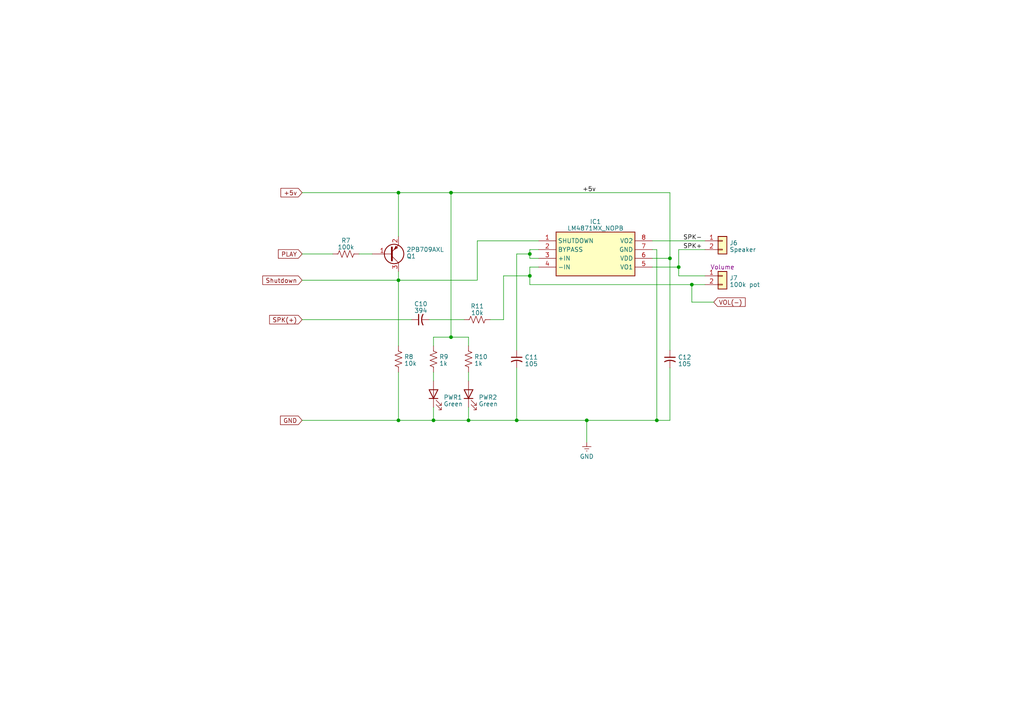
<source format=kicad_sch>
(kicad_sch (version 20230121) (generator eeschema)
  (paper "A4")
  (lib_symbols
    (symbol "Connector_Generic:Conn_01x02" (pin_names (offset 1.016) hide)
      (property "Reference" "J" (at 0 2.54 0))
      (property "Value" "Conn_01x02" (at 0 -5.08 0))
      (symbol "Conn_01x02_1_1"
        (rectangle (start -1.27 -2.413) (end 0 -2.667) (stroke (width 0.1524)))
        (rectangle (start -1.27 0.127) (end 0 -0.127) (stroke (width 0.1524)))
        (rectangle (start -1.27 1.27) (end 1.27 -3.81) (stroke (width 0.254)) (fill (type background)))
        (pin passive line (at -5.08 0 0) (length 3.81) (name "Pin_1") (number "1"))
        (pin passive line (at -5.08 -2.54 0) (length 3.81) (name "Pin_2") (number "2"))
      )
    )
    (symbol "Device:LED" (pin_numbers hide) (pin_names (offset 1.016) hide)
      (property "Reference" "D" (at 0 2.54 0))
      (property "Value" "LED" (at 0 -2.54 0))
      (symbol "LED_0_1"
        (polyline (pts (xy -1.27 -1.27) (xy -1.27 1.27)) (stroke (width 0.254)))
        (polyline (pts (xy -1.27 0) (xy 1.27 0)))
        (polyline (pts (xy 1.27 -1.27) (xy 1.27 1.27) (xy -1.27 0) (xy 1.27 -1.27)) (stroke (width 0.254)))
        (polyline (pts (xy -3.048 -0.762) (xy -4.572 -2.286) (xy -3.81 -2.286) (xy -4.572 -2.286) (xy -4.572 -1.524)))
        (polyline (pts (xy -1.778 -0.762) (xy -3.302 -2.286) (xy -2.54 -2.286) (xy -3.302 -2.286) (xy -3.302 -1.524)))
      )
      (symbol "LED_1_1"
        (pin passive line (at -3.81 0 0) (length 2.54) (name "K") (number "1"))
        (pin passive line (at 3.81 0 180) (length 2.54) (name "A") (number "2"))
      )
    )
    (symbol "Device:Q_PNP_BEC" (pin_names (offset 0) hide)
      (property "Reference" "Q" (at 5.08 1.27 0))
      (property "Value" "Q_PNP_BEC" (at 5.08 -1.27 0))
      (symbol "Q_PNP_BEC_0_1"
        (polyline (pts (xy 0.635 0.635) (xy 2.54 2.54)))
        (polyline (pts (xy 0.635 -0.635) (xy 2.54 -2.54) (xy 2.54 -2.54)))
        (polyline (pts (xy 0.635 1.905) (xy 0.635 -1.905) (xy 0.635 -1.905)) (stroke (width 0.508)))
        (polyline (pts (xy 2.286 -1.778) (xy 1.778 -2.286) (xy 1.27 -1.27) (xy 2.286 -1.778) (xy 2.286 -1.778)) (fill (type outline)))
        (circle (center 1.27 0) (radius 2.8194) (stroke (width 0.254)))
      )
      (symbol "Q_PNP_BEC_1_1"
        (pin input line (at -5.08 0 0) (length 5.715) (name "B") (number "1"))
        (pin passive line (at 2.54 -5.08 90) (length 2.54) (name "E") (number "2"))
        (pin passive line (at 2.54 5.08 270) (length 2.54) (name "C") (number "3"))
      )
    )
    (symbol "Device:R_US" (pin_numbers hide) (pin_names (offset 0))
      (property "Reference" "R" (at 2.54 0 90))
      (property "Value" "R_US" (at -2.54 0 90))
      (symbol "R_US_0_1"
        (polyline (pts (xy 0 -2.286) (xy 0 -2.54)))
        (polyline (pts (xy 0 2.286) (xy 0 2.54)))
        (polyline (pts (xy 0 -0.762) (xy 1.016 -1.143) (xy 0 -1.524) (xy -1.016 -1.905) (xy 0 -2.286)))
        (polyline (pts (xy 0 0.762) (xy 1.016 0.381) (xy 0 0) (xy -1.016 -0.381) (xy 0 -0.762)))
        (polyline (pts (xy 0 2.286) (xy 1.016 1.905) (xy 0 1.524) (xy -1.016 1.143) (xy 0 0.762)))
      )
      (symbol "R_US_1_1"
        (pin passive line (at 0 3.81 270) (length 1.27) (name "~") (number "1"))
        (pin passive line (at 0 -3.81 90) (length 1.27) (name "~") (number "2"))
      )
    )
    (symbol "LM4871:LM4871MX_NOPB"
      (property "Reference" "IC" (at 29.21 7.62 0))
      (property "Value" "LM4871MX_NOPB" (at 29.21 5.08 0))
      (symbol "LM4871MX_NOPB_1_1"
        (rectangle (start 5.08 2.54) (end 27.94 -10.16) (stroke (width 0.254)) (fill (type background)))
        (pin passive line (at 0 0 0) (length 5.08) (name "SHUTDOWN") (number "1"))
        (pin passive line (at 0 -2.54 0) (length 5.08) (name "BYPASS") (number "2"))
        (pin passive line (at 0 -5.08 0) (length 5.08) (name "+IN") (number "3"))
        (pin passive line (at 0 -7.62 0) (length 5.08) (name "-IN") (number "4"))
        (pin passive line (at 33.02 -7.62 180) (length 5.08) (name "VO1") (number "5"))
        (pin passive line (at 33.02 -5.08 180) (length 5.08) (name "VDD") (number "6"))
        (pin passive line (at 33.02 -2.54 180) (length 5.08) (name "GND") (number "7"))
        (pin passive line (at 33.02 0 180) (length 5.08) (name "VO2") (number "8"))
      )
    )
    (symbol "Local:C_Small_US" (pin_numbers hide) (pin_names (offset 0.254) hide)
      (property "Reference" "C" (at 0.254 1.778 0))
      (property "Value" "C_Small_US" (at 0.254 -2.032 0))
      (symbol "C_Small_US_0_1"
        (polyline (pts (xy -1.524 0.508) (xy 1.524 0.508)) (stroke (width 0.3048)))
        (arc (start 1.524 -0.762) (mid 0 -0.3734) (end -1.524 -0.762) (stroke (width 0.3048)))
      )
      (symbol "C_Small_US_1_1"
        (pin passive line (at 0 2.54 270) (length 2.032) (name "~") (number "1"))
        (pin passive line (at 0 -2.54 90) (length 2.032) (name "~") (number "2"))
      )
    )
    (symbol "Local:GND_US" (power) (pin_names (offset 0))
      (property "Value" "GND_US" (at 0 -3.81 0))
      (symbol "GND_US_0_1"
        (polyline (pts (xy -0.635 -1.905) (xy 0.635 -1.905)))
        (polyline (pts (xy -0.127 -2.54) (xy 0.127 -2.54)))
        (polyline (pts (xy 0 -1.27) (xy 0 0)))
        (polyline (pts (xy 1.27 -1.27) (xy -1.27 -1.27)))
      )
      (symbol "GND_US_1_1"
        (pin power_in line (at 0 0 270) (length 0) hide (name "GND") (number "1"))
      )
    )
  )
  (junction (at 115.57 121.92))
  (junction (at 200.66 82.55))
  (junction (at 115.57 81.28))
  (junction (at 153.67 73.66))
  (junction (at 115.57 55.88))
  (junction (at 170.18 121.92))
  (junction (at 149.86 121.92))
  (junction (at 190.5 121.92))
  (junction (at 194.31 74.93))
  (junction (at 130.81 55.88))
  (junction (at 196.85 77.47))
  (junction (at 130.81 97.79))
  (junction (at 153.67 80.01))
  (junction (at 125.73 121.92))
  (junction (at 135.89 121.92))
  (wire (pts (xy 135.89 107.95) (xy 135.89 110.49)))
  (wire (pts (xy 200.66 82.55) (xy 153.67 82.55)))
  (wire (pts (xy 135.89 121.92) (xy 149.86 121.92)))
  (wire (pts (xy 170.18 121.92) (xy 190.5 121.92)))
  (wire (pts (xy 204.47 82.55) (xy 200.66 82.55)))
  (wire (pts (xy 142.24 92.71) (xy 146.05 92.71)))
  (wire (pts (xy 125.73 121.92) (xy 115.57 121.92)))
  (wire (pts (xy 104.14 73.66) (xy 107.95 73.66)))
  (wire (pts (xy 189.23 69.85) (xy 204.47 69.85)))
  (wire (pts (xy 190.5 121.92) (xy 194.31 121.92)))
  (wire (pts (xy 153.67 82.55) (xy 153.67 80.01)))
  (wire (pts (xy 190.5 72.39) (xy 190.5 121.92)))
  (wire (pts (xy 138.43 69.85) (xy 138.43 81.28)))
  (wire (pts (xy 170.18 121.92) (xy 170.18 128.27)))
  (wire (pts (xy 189.23 72.39) (xy 190.5 72.39)))
  (wire (pts (xy 194.31 74.93) (xy 194.31 101.6)))
  (wire (pts (xy 130.81 55.88) (xy 194.31 55.88)))
  (wire (pts (xy 149.86 121.92) (xy 170.18 121.92)))
  (wire (pts (xy 135.89 118.11) (xy 135.89 121.92)))
  (wire (pts (xy 153.67 80.01) (xy 153.67 77.47)))
  (wire (pts (xy 135.89 97.79) (xy 135.89 100.33)))
  (wire (pts (xy 189.23 74.93) (xy 194.31 74.93)))
  (wire (pts (xy 115.57 81.28) (xy 115.57 100.33)))
  (wire (pts (xy 189.23 77.47) (xy 196.85 77.47)))
  (wire (pts (xy 87.63 81.28) (xy 115.57 81.28)))
  (wire (pts (xy 153.67 77.47) (xy 156.21 77.47)))
  (wire (pts (xy 135.89 121.92) (xy 125.73 121.92)))
  (wire (pts (xy 149.86 106.68) (xy 149.86 121.92)))
  (wire (pts (xy 153.67 74.93) (xy 153.67 73.66)))
  (wire (pts (xy 125.73 118.11) (xy 125.73 121.92)))
  (wire (pts (xy 130.81 97.79) (xy 135.89 97.79)))
  (wire (pts (xy 115.57 107.95) (xy 115.57 121.92)))
  (wire (pts (xy 194.31 55.88) (xy 194.31 74.93)))
  (wire (pts (xy 130.81 97.79) (xy 130.81 55.88)))
  (wire (pts (xy 125.73 97.79) (xy 130.81 97.79)))
  (wire (pts (xy 124.46 92.71) (xy 134.62 92.71)))
  (wire (pts (xy 196.85 77.47) (xy 196.85 80.01)))
  (wire (pts (xy 115.57 81.28) (xy 138.43 81.28)))
  (wire (pts (xy 149.86 101.6) (xy 149.86 73.66)))
  (wire (pts (xy 146.05 80.01) (xy 146.05 92.71)))
  (wire (pts (xy 156.21 74.93) (xy 153.67 74.93)))
  (wire (pts (xy 196.85 80.01) (xy 204.47 80.01)))
  (wire (pts (xy 87.63 55.88) (xy 115.57 55.88)))
  (wire (pts (xy 115.57 68.58) (xy 115.57 55.88)))
  (wire (pts (xy 87.63 121.92) (xy 115.57 121.92)))
  (wire (pts (xy 125.73 107.95) (xy 125.73 110.49)))
  (wire (pts (xy 194.31 106.68) (xy 194.31 121.92)))
  (wire (pts (xy 138.43 69.85) (xy 156.21 69.85)))
  (wire (pts (xy 204.47 72.39) (xy 196.85 72.39)))
  (wire (pts (xy 115.57 78.74) (xy 115.57 81.28)))
  (wire (pts (xy 200.66 87.63) (xy 200.66 82.55)))
  (wire (pts (xy 87.63 73.66) (xy 96.52 73.66)))
  (wire (pts (xy 130.81 55.88) (xy 115.57 55.88)))
  (wire (pts (xy 153.67 72.39) (xy 156.21 72.39)))
  (wire (pts (xy 207.01 87.63) (xy 200.66 87.63)))
  (wire (pts (xy 196.85 72.39) (xy 196.85 77.47)))
  (wire (pts (xy 146.05 80.01) (xy 153.67 80.01)))
  (wire (pts (xy 153.67 73.66) (xy 153.67 72.39)))
  (wire (pts (xy 87.63 92.71) (xy 119.38 92.71)))
  (wire (pts (xy 149.86 73.66) (xy 153.67 73.66)))
  (wire (pts (xy 125.73 100.33) (xy 125.73 97.79)))
  (label "SPK-" (at 198.12 69.85 0))
  (label "+5v" (at 168.91 55.88 0))
  (label "SPK+" (at 198.12 72.39 0))
  (global_label "GND" (shape input) (at 87.63 121.92 180) (property "Intersheetrefs" "${INTERSHEET_REFS}" (effects hide)))
  (global_label "VOL(-)" (shape input) (at 207.01 87.63 0) (property "Intersheetrefs" "${INTERSHEET_REFS}" (effects hide)))
  (global_label "PLAY" (shape input) (at 87.63 73.66 180) (property "Intersheetrefs" "${INTERSHEET_REFS}" (effects hide)))
  (global_label "SPK(+)" (shape input) (at 87.63 92.71 180) (property "Intersheetrefs" "${INTERSHEET_REFS}" (effects hide)))
  (global_label "Shutdown" (shape input) (at 87.63 81.28 180) (property "Intersheetrefs" "${INTERSHEET_REFS}" (effects hide)))
  (global_label "+5v" (shape input) (at 87.63 55.88 180) (property "Intersheetrefs" "${INTERSHEET_REFS}" (effects hide)))
  (symbol (lib_id "Device:R_US") (at 125.73 104.14 180) (unit 1)
    (property "Reference" "R9" (at 127.381 103.4963 0) (effects (justify right)))
    (property "Value" "1k" (at 127.381 105.4173 0) (effects (justify right)))
    (property "Footprint" "Resistor_SMD:R_0805_2012Metric" (effects hide))
  )
  (symbol (lib_id "Device:R_US") (at 115.57 104.14 180) (unit 1)
    (property "Reference" "R8" (at 117.221 103.4963 0) (effects (justify right)))
    (property "Value" "10k" (at 117.221 105.4173 0) (effects (justify right)))
    (property "Footprint" "Resistor_SMD:R_0805_2012Metric" (effects hide))
  )
  (symbol (lib_id "Device:R_US") (at 135.89 104.14 180) (unit 1)
    (property "Reference" "R10" (at 137.541 103.4963 0) (effects (justify right)))
    (property "Value" "1k" (at 137.541 105.4173 0) (effects (justify right)))
    (property "Footprint" "Resistor_SMD:R_0805_2012Metric" (effects hide))
  )
  (symbol (lib_id "Local:C_Small_US") (at 149.86 104.14 0) (unit 1)
    (property "Reference" "C11" (at 152.1714 103.6233 0) (effects (justify left)))
    (property "Value" "105" (at 152.1714 105.5443 0) (effects (justify left)))
    (property "Footprint" "Capacitor_SMD:C_0805_2012Metric" (effects hide))
    (property "Alt Value" "1.0 µF" (effects hide))
  )
  (symbol (lib_id "Local:GND_US") (at 170.18 128.27 0) (unit 1)
    (property "Reference" "#PWR02" (effects hide))
    (property "Value" "GND_US" (at 170.18 132.4055 0))
  )
  (symbol (lib_id "Local:C_Small_US") (at 194.31 104.14 0) (unit 1)
    (property "Reference" "C12" (at 196.6214 103.6233 0) (effects (justify left)))
    (property "Value" "105" (at 196.6214 105.5443 0) (effects (justify left)))
    (property "Footprint" "Capacitor_SMD:C_0805_2012Metric" (effects hide))
    (property "Alt Value" "1.0 µF" (effects hide))
  )
  (symbol (lib_id "Connector_Generic:Conn_01x02") (at 209.55 80.01 0) (unit 1)
    (property "Reference" "J7" (at 211.582 80.6363 0) (effects (justify left)))
    (property "Value" "100k pot" (at 211.582 82.5573 0) (effects (justify left)))
    (property "Footprint" "Headers:PinHeader_1x02_P2.54mm_Vertical_Wide" (effects hide))
    (property "Function" "Volume" (at 209.55 77.47 0))
  )
  (symbol (lib_id "Device:R_US") (at 138.43 92.71 270) (unit 1)
    (property "Reference" "R11" (at 138.43 88.8111 90))
    (property "Value" "10k" (at 138.43 90.7321 90))
    (property "Footprint" "Resistor_SMD:R_0805_2012Metric" (effects hide))
  )
  (symbol (lib_id "Connector_Generic:Conn_01x02") (at 209.55 69.85 0) (unit 1)
    (property "Reference" "J6" (at 211.582 70.4763 0) (effects (justify left)))
    (property "Value" "Speaker" (at 211.582 72.3973 0) (effects (justify left)))
    (property "Footprint" "Headers:PinHeader_1x02_P2.54mm_Vertical_Wide" (effects hide))
  )
  (symbol (lib_id "Local:C_Small_US") (at 121.92 92.71 90) (unit 1)
    (property "Reference" "C10" (at 122.047 88.1507 90))
    (property "Value" "394" (at 122.047 90.0717 90))
    (property "Footprint" "Capacitor_SMD:C_0805_2012Metric" (effects hide))
    (property "Alt Value" "0.39 µF" (effects hide))
  )
  (symbol (lib_id "Device:Q_PNP_BEC") (at 113.03 73.66 0) (mirror x) (unit 1)
    (property "Reference" "Q1" (at 117.8814 74.3037 0) (effects (justify left)))
    (property "Value" "2PB709AXL" (at 117.8814 72.3827 0) (effects (justify left)))
    (property "Footprint" "Package_TO_SOT_SMD:SOT-23" (effects hide))
  )
  (symbol (lib_id "Device:LED") (at 125.73 114.3 90) (unit 1)
    (property "Reference" "PWR1" (at 128.651 115.2438 90) (effects (justify right)))
    (property "Value" "Green" (at 128.651 117.1648 90) (effects (justify right)))
    (property "Footprint" "LED_SMD:LED_0805_2012Metric" (effects hide))
  )
  (symbol (lib_id "LM4871:LM4871MX_NOPB") (at 156.21 69.85 0) (unit 1)
    (property "Reference" "IC1" (at 172.72 64.3001 0))
    (property "Value" "LM4871MX_NOPB" (at 172.72 66.2211 0))
    (property "Footprint" "Local:LM4871" (effects hide))
    (property "Datasheet" "http://www.ti.com/lit/gpn/LM4871" (effects hide))
    (property "Height" "1.75" (effects hide))
    (property "Mouser Part Number" "926-LM4871MX/NOPB" (effects hide))
    (property "Mouser Price/Stock" "https://www.mouser.co.uk/ProductDetail/Texas-Instruments/LM4871MX-NOPB?qs=QbsRYf82W3EZ79z1jrjgtA%3D%3D" (effects hide))
    (property "Manufacturer_Name" "Texas Instruments" (effects hide))
    (property "Manufacturer_Part_Number" "LM4871MX/NOPB" (effects hide))
  )
  (symbol (lib_id "Device:LED") (at 135.89 114.3 90) (unit 1)
    (property "Reference" "PWR2" (at 138.811 115.2438 90) (effects (justify right)))
    (property "Value" "Green" (at 138.811 117.1648 90) (effects (justify right)))
    (property "Footprint" "LED_SMD:LED_0805_2012Metric" (effects hide))
  )
  (symbol (lib_id "Device:R_US") (at 100.33 73.66 90) (unit 1)
    (property "Reference" "R7" (at 100.33 69.7611 90))
    (property "Value" "100k" (at 100.33 71.6821 90))
    (property "Footprint" "Resistor_SMD:R_0805_2012Metric" (effects hide))
  )
)
</source>
